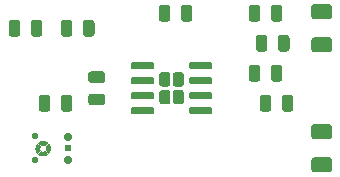
<source format=gbr>
G04 #@! TF.GenerationSoftware,KiCad,Pcbnew,(5.1.5-0-10_14)*
G04 #@! TF.CreationDate,2020-03-24T20:34:03-05:00*
G04 #@! TF.ProjectId,Sensors,53656e73-6f72-4732-9e6b-696361645f70,rev?*
G04 #@! TF.SameCoordinates,Original*
G04 #@! TF.FileFunction,Paste,Top*
G04 #@! TF.FilePolarity,Positive*
%FSLAX46Y46*%
G04 Gerber Fmt 4.6, Leading zero omitted, Abs format (unit mm)*
G04 Created by KiCad (PCBNEW (5.1.5-0-10_14)) date 2020-03-24 20:34:03*
%MOMM*%
%LPD*%
G04 APERTURE LIST*
%ADD10C,0.010000*%
%ADD11C,0.100000*%
%ADD12C,0.612000*%
%ADD13C,0.562000*%
%ADD14C,0.723000*%
G04 APERTURE END LIST*
D10*
G36*
X128939563Y-92971628D02*
G01*
X128930034Y-92977124D01*
X128920412Y-92982219D01*
X128910613Y-92986963D01*
X128900649Y-92991351D01*
X128890533Y-92995376D01*
X128880279Y-92999035D01*
X128869899Y-93002320D01*
X128859408Y-93005230D01*
X128848819Y-93007759D01*
X128838145Y-93009905D01*
X128827401Y-93011664D01*
X128816600Y-93013035D01*
X128805757Y-93014016D01*
X128794886Y-93014604D01*
X128784000Y-93014801D01*
X128773114Y-93014604D01*
X128762243Y-93014016D01*
X128751400Y-93013035D01*
X128740599Y-93011664D01*
X128729855Y-93009905D01*
X128719181Y-93007759D01*
X128708592Y-93005230D01*
X128698101Y-93002320D01*
X128687721Y-92999035D01*
X128677467Y-92995376D01*
X128667351Y-92991351D01*
X128657387Y-92986963D01*
X128647588Y-92982219D01*
X128637966Y-92977124D01*
X128628437Y-92971628D01*
X128409590Y-93190478D01*
X128434226Y-93208997D01*
X128456269Y-93223977D01*
X128478953Y-93237969D01*
X128502233Y-93250944D01*
X128526064Y-93262877D01*
X128550398Y-93273746D01*
X128575190Y-93283528D01*
X128600389Y-93292205D01*
X128625948Y-93299760D01*
X128651815Y-93306177D01*
X128677941Y-93311445D01*
X128704274Y-93315553D01*
X128730763Y-93318493D01*
X128757356Y-93320259D01*
X128784001Y-93320848D01*
X128810646Y-93320259D01*
X128837239Y-93318493D01*
X128863728Y-93315553D01*
X128890061Y-93311445D01*
X128916187Y-93306177D01*
X128942054Y-93299760D01*
X128967613Y-93292205D01*
X128992812Y-93283528D01*
X129017604Y-93273746D01*
X129041938Y-93262877D01*
X129065769Y-93250944D01*
X129089049Y-93237969D01*
X129111733Y-93223977D01*
X129133776Y-93208997D01*
X129158412Y-93190478D01*
X128939563Y-92971628D01*
G37*
X128939563Y-92971628D02*
X128930034Y-92977124D01*
X128920412Y-92982219D01*
X128910613Y-92986963D01*
X128900649Y-92991351D01*
X128890533Y-92995376D01*
X128880279Y-92999035D01*
X128869899Y-93002320D01*
X128859408Y-93005230D01*
X128848819Y-93007759D01*
X128838145Y-93009905D01*
X128827401Y-93011664D01*
X128816600Y-93013035D01*
X128805757Y-93014016D01*
X128794886Y-93014604D01*
X128784000Y-93014801D01*
X128773114Y-93014604D01*
X128762243Y-93014016D01*
X128751400Y-93013035D01*
X128740599Y-93011664D01*
X128729855Y-93009905D01*
X128719181Y-93007759D01*
X128708592Y-93005230D01*
X128698101Y-93002320D01*
X128687721Y-92999035D01*
X128677467Y-92995376D01*
X128667351Y-92991351D01*
X128657387Y-92986963D01*
X128647588Y-92982219D01*
X128637966Y-92977124D01*
X128628437Y-92971628D01*
X128409590Y-93190478D01*
X128434226Y-93208997D01*
X128456269Y-93223977D01*
X128478953Y-93237969D01*
X128502233Y-93250944D01*
X128526064Y-93262877D01*
X128550398Y-93273746D01*
X128575190Y-93283528D01*
X128600389Y-93292205D01*
X128625948Y-93299760D01*
X128651815Y-93306177D01*
X128677941Y-93311445D01*
X128704274Y-93315553D01*
X128730763Y-93318493D01*
X128757356Y-93320259D01*
X128784001Y-93320848D01*
X128810646Y-93320259D01*
X128837239Y-93318493D01*
X128863728Y-93315553D01*
X128890061Y-93311445D01*
X128916187Y-93306177D01*
X128942054Y-93299760D01*
X128967613Y-93292205D01*
X128992812Y-93283528D01*
X129017604Y-93273746D01*
X129041938Y-93262877D01*
X129065769Y-93250944D01*
X129089049Y-93237969D01*
X129111733Y-93223977D01*
X129133776Y-93208997D01*
X129158412Y-93190478D01*
X128939563Y-92971628D01*
G36*
X128522370Y-92865562D02*
G01*
X128516874Y-92856033D01*
X128511779Y-92846412D01*
X128507035Y-92836612D01*
X128502647Y-92826648D01*
X128498622Y-92816533D01*
X128494964Y-92806278D01*
X128491678Y-92795899D01*
X128488768Y-92785408D01*
X128486239Y-92774818D01*
X128484093Y-92764145D01*
X128482334Y-92753400D01*
X128480963Y-92742600D01*
X128479983Y-92731757D01*
X128479394Y-92720885D01*
X128479197Y-92710000D01*
X128479394Y-92699115D01*
X128479983Y-92688243D01*
X128480963Y-92677400D01*
X128482334Y-92666600D01*
X128484093Y-92655855D01*
X128486239Y-92645182D01*
X128488768Y-92634592D01*
X128491678Y-92624101D01*
X128494964Y-92613722D01*
X128498622Y-92603467D01*
X128502647Y-92593352D01*
X128507035Y-92583388D01*
X128511779Y-92573588D01*
X128516874Y-92563967D01*
X128522370Y-92554438D01*
X128303520Y-92335588D01*
X128285001Y-92360225D01*
X128270021Y-92382268D01*
X128256029Y-92404951D01*
X128243054Y-92428231D01*
X128231121Y-92452062D01*
X128220252Y-92476397D01*
X128210470Y-92501188D01*
X128201793Y-92526388D01*
X128194238Y-92551946D01*
X128187821Y-92577814D01*
X128182553Y-92603940D01*
X128178445Y-92630273D01*
X128175505Y-92656762D01*
X128173738Y-92683355D01*
X128173149Y-92710000D01*
X128173738Y-92736645D01*
X128175505Y-92763238D01*
X128178445Y-92789727D01*
X128182553Y-92816060D01*
X128187821Y-92842186D01*
X128194238Y-92868054D01*
X128201793Y-92893612D01*
X128210470Y-92918812D01*
X128220252Y-92943603D01*
X128231121Y-92967938D01*
X128243054Y-92991769D01*
X128256029Y-93015049D01*
X128270021Y-93037732D01*
X128285001Y-93059775D01*
X128303520Y-93084412D01*
X128522370Y-92865562D01*
G37*
X128522370Y-92865562D02*
X128516874Y-92856033D01*
X128511779Y-92846412D01*
X128507035Y-92836612D01*
X128502647Y-92826648D01*
X128498622Y-92816533D01*
X128494964Y-92806278D01*
X128491678Y-92795899D01*
X128488768Y-92785408D01*
X128486239Y-92774818D01*
X128484093Y-92764145D01*
X128482334Y-92753400D01*
X128480963Y-92742600D01*
X128479983Y-92731757D01*
X128479394Y-92720885D01*
X128479197Y-92710000D01*
X128479394Y-92699115D01*
X128479983Y-92688243D01*
X128480963Y-92677400D01*
X128482334Y-92666600D01*
X128484093Y-92655855D01*
X128486239Y-92645182D01*
X128488768Y-92634592D01*
X128491678Y-92624101D01*
X128494964Y-92613722D01*
X128498622Y-92603467D01*
X128502647Y-92593352D01*
X128507035Y-92583388D01*
X128511779Y-92573588D01*
X128516874Y-92563967D01*
X128522370Y-92554438D01*
X128303520Y-92335588D01*
X128285001Y-92360225D01*
X128270021Y-92382268D01*
X128256029Y-92404951D01*
X128243054Y-92428231D01*
X128231121Y-92452062D01*
X128220252Y-92476397D01*
X128210470Y-92501188D01*
X128201793Y-92526388D01*
X128194238Y-92551946D01*
X128187821Y-92577814D01*
X128182553Y-92603940D01*
X128178445Y-92630273D01*
X128175505Y-92656762D01*
X128173738Y-92683355D01*
X128173149Y-92710000D01*
X128173738Y-92736645D01*
X128175505Y-92763238D01*
X128178445Y-92789727D01*
X128182553Y-92816060D01*
X128187821Y-92842186D01*
X128194238Y-92868054D01*
X128201793Y-92893612D01*
X128210470Y-92918812D01*
X128220252Y-92943603D01*
X128231121Y-92967938D01*
X128243054Y-92991769D01*
X128256029Y-93015049D01*
X128270021Y-93037732D01*
X128285001Y-93059775D01*
X128303520Y-93084412D01*
X128522370Y-92865562D01*
G36*
X128628437Y-92448372D02*
G01*
X128637966Y-92442876D01*
X128647588Y-92437781D01*
X128657387Y-92433037D01*
X128667351Y-92428649D01*
X128677467Y-92424624D01*
X128687721Y-92420965D01*
X128698101Y-92417680D01*
X128708592Y-92414770D01*
X128719181Y-92412241D01*
X128729855Y-92410095D01*
X128740599Y-92408336D01*
X128751400Y-92406965D01*
X128762243Y-92405984D01*
X128773114Y-92405396D01*
X128784000Y-92405199D01*
X128794886Y-92405396D01*
X128805757Y-92405984D01*
X128816600Y-92406965D01*
X128827401Y-92408336D01*
X128838145Y-92410095D01*
X128848819Y-92412241D01*
X128859408Y-92414770D01*
X128869899Y-92417680D01*
X128880279Y-92420965D01*
X128890533Y-92424624D01*
X128900649Y-92428649D01*
X128910613Y-92433037D01*
X128920412Y-92437781D01*
X128930034Y-92442876D01*
X128939563Y-92448372D01*
X129158412Y-92229522D01*
X129133776Y-92211003D01*
X129111733Y-92196023D01*
X129089049Y-92182031D01*
X129065769Y-92169056D01*
X129041938Y-92157123D01*
X129017604Y-92146254D01*
X128992812Y-92136472D01*
X128967613Y-92127795D01*
X128942054Y-92120240D01*
X128916187Y-92113823D01*
X128890061Y-92108555D01*
X128863728Y-92104447D01*
X128837239Y-92101507D01*
X128810646Y-92099741D01*
X128784001Y-92099152D01*
X128757356Y-92099741D01*
X128730763Y-92101507D01*
X128704274Y-92104447D01*
X128677941Y-92108555D01*
X128651815Y-92113823D01*
X128625948Y-92120240D01*
X128600389Y-92127795D01*
X128575190Y-92136472D01*
X128550398Y-92146254D01*
X128526064Y-92157123D01*
X128502233Y-92169056D01*
X128478953Y-92182031D01*
X128456269Y-92196023D01*
X128434226Y-92211003D01*
X128409590Y-92229522D01*
X128628437Y-92448372D01*
G37*
X128628437Y-92448372D02*
X128637966Y-92442876D01*
X128647588Y-92437781D01*
X128657387Y-92433037D01*
X128667351Y-92428649D01*
X128677467Y-92424624D01*
X128687721Y-92420965D01*
X128698101Y-92417680D01*
X128708592Y-92414770D01*
X128719181Y-92412241D01*
X128729855Y-92410095D01*
X128740599Y-92408336D01*
X128751400Y-92406965D01*
X128762243Y-92405984D01*
X128773114Y-92405396D01*
X128784000Y-92405199D01*
X128794886Y-92405396D01*
X128805757Y-92405984D01*
X128816600Y-92406965D01*
X128827401Y-92408336D01*
X128838145Y-92410095D01*
X128848819Y-92412241D01*
X128859408Y-92414770D01*
X128869899Y-92417680D01*
X128880279Y-92420965D01*
X128890533Y-92424624D01*
X128900649Y-92428649D01*
X128910613Y-92433037D01*
X128920412Y-92437781D01*
X128930034Y-92442876D01*
X128939563Y-92448372D01*
X129158412Y-92229522D01*
X129133776Y-92211003D01*
X129111733Y-92196023D01*
X129089049Y-92182031D01*
X129065769Y-92169056D01*
X129041938Y-92157123D01*
X129017604Y-92146254D01*
X128992812Y-92136472D01*
X128967613Y-92127795D01*
X128942054Y-92120240D01*
X128916187Y-92113823D01*
X128890061Y-92108555D01*
X128863728Y-92104447D01*
X128837239Y-92101507D01*
X128810646Y-92099741D01*
X128784001Y-92099152D01*
X128757356Y-92099741D01*
X128730763Y-92101507D01*
X128704274Y-92104447D01*
X128677941Y-92108555D01*
X128651815Y-92113823D01*
X128625948Y-92120240D01*
X128600389Y-92127795D01*
X128575190Y-92136472D01*
X128550398Y-92146254D01*
X128526064Y-92157123D01*
X128502233Y-92169056D01*
X128478953Y-92182031D01*
X128456269Y-92196023D01*
X128434226Y-92211003D01*
X128409590Y-92229522D01*
X128628437Y-92448372D01*
G36*
X129045628Y-92554438D02*
G01*
X129051124Y-92563967D01*
X129056219Y-92573588D01*
X129060963Y-92583388D01*
X129065351Y-92593352D01*
X129069376Y-92603467D01*
X129073034Y-92613722D01*
X129076320Y-92624101D01*
X129079230Y-92634592D01*
X129081759Y-92645182D01*
X129083905Y-92655855D01*
X129085664Y-92666600D01*
X129087035Y-92677400D01*
X129088015Y-92688243D01*
X129088604Y-92699115D01*
X129088801Y-92710000D01*
X129088604Y-92720885D01*
X129088015Y-92731757D01*
X129087035Y-92742600D01*
X129085664Y-92753400D01*
X129083905Y-92764145D01*
X129081759Y-92774818D01*
X129079230Y-92785408D01*
X129076320Y-92795899D01*
X129073034Y-92806278D01*
X129069376Y-92816533D01*
X129065351Y-92826648D01*
X129060963Y-92836612D01*
X129056219Y-92846412D01*
X129051124Y-92856033D01*
X129045628Y-92865562D01*
X129264478Y-93084412D01*
X129282997Y-93059775D01*
X129297977Y-93037732D01*
X129311969Y-93015049D01*
X129324944Y-92991769D01*
X129336877Y-92967938D01*
X129347746Y-92943603D01*
X129357528Y-92918812D01*
X129366205Y-92893612D01*
X129373760Y-92868054D01*
X129380177Y-92842186D01*
X129385445Y-92816060D01*
X129389553Y-92789727D01*
X129392493Y-92763238D01*
X129394260Y-92736645D01*
X129394849Y-92710000D01*
X129394260Y-92683355D01*
X129392493Y-92656762D01*
X129389553Y-92630273D01*
X129385445Y-92603940D01*
X129380177Y-92577814D01*
X129373760Y-92551946D01*
X129366205Y-92526388D01*
X129357528Y-92501188D01*
X129347746Y-92476397D01*
X129336877Y-92452062D01*
X129324944Y-92428231D01*
X129311969Y-92404951D01*
X129297977Y-92382268D01*
X129282997Y-92360225D01*
X129264478Y-92335588D01*
X129045628Y-92554438D01*
G37*
X129045628Y-92554438D02*
X129051124Y-92563967D01*
X129056219Y-92573588D01*
X129060963Y-92583388D01*
X129065351Y-92593352D01*
X129069376Y-92603467D01*
X129073034Y-92613722D01*
X129076320Y-92624101D01*
X129079230Y-92634592D01*
X129081759Y-92645182D01*
X129083905Y-92655855D01*
X129085664Y-92666600D01*
X129087035Y-92677400D01*
X129088015Y-92688243D01*
X129088604Y-92699115D01*
X129088801Y-92710000D01*
X129088604Y-92720885D01*
X129088015Y-92731757D01*
X129087035Y-92742600D01*
X129085664Y-92753400D01*
X129083905Y-92764145D01*
X129081759Y-92774818D01*
X129079230Y-92785408D01*
X129076320Y-92795899D01*
X129073034Y-92806278D01*
X129069376Y-92816533D01*
X129065351Y-92826648D01*
X129060963Y-92836612D01*
X129056219Y-92846412D01*
X129051124Y-92856033D01*
X129045628Y-92865562D01*
X129264478Y-93084412D01*
X129282997Y-93059775D01*
X129297977Y-93037732D01*
X129311969Y-93015049D01*
X129324944Y-92991769D01*
X129336877Y-92967938D01*
X129347746Y-92943603D01*
X129357528Y-92918812D01*
X129366205Y-92893612D01*
X129373760Y-92868054D01*
X129380177Y-92842186D01*
X129385445Y-92816060D01*
X129389553Y-92789727D01*
X129392493Y-92763238D01*
X129394260Y-92736645D01*
X129394849Y-92710000D01*
X129394260Y-92683355D01*
X129392493Y-92656762D01*
X129389553Y-92630273D01*
X129385445Y-92603940D01*
X129380177Y-92577814D01*
X129373760Y-92551946D01*
X129366205Y-92526388D01*
X129357528Y-92501188D01*
X129347746Y-92476397D01*
X129336877Y-92452062D01*
X129324944Y-92428231D01*
X129311969Y-92404951D01*
X129297977Y-92382268D01*
X129282997Y-92360225D01*
X129264478Y-92335588D01*
X129045628Y-92554438D01*
D11*
G36*
X126662642Y-81851174D02*
G01*
X126686303Y-81854684D01*
X126709507Y-81860496D01*
X126732029Y-81868554D01*
X126753653Y-81878782D01*
X126774170Y-81891079D01*
X126793383Y-81905329D01*
X126811107Y-81921393D01*
X126827171Y-81939117D01*
X126841421Y-81958330D01*
X126853718Y-81978847D01*
X126863946Y-82000471D01*
X126872004Y-82022993D01*
X126877816Y-82046197D01*
X126881326Y-82069858D01*
X126882500Y-82093750D01*
X126882500Y-83006250D01*
X126881326Y-83030142D01*
X126877816Y-83053803D01*
X126872004Y-83077007D01*
X126863946Y-83099529D01*
X126853718Y-83121153D01*
X126841421Y-83141670D01*
X126827171Y-83160883D01*
X126811107Y-83178607D01*
X126793383Y-83194671D01*
X126774170Y-83208921D01*
X126753653Y-83221218D01*
X126732029Y-83231446D01*
X126709507Y-83239504D01*
X126686303Y-83245316D01*
X126662642Y-83248826D01*
X126638750Y-83250000D01*
X126151250Y-83250000D01*
X126127358Y-83248826D01*
X126103697Y-83245316D01*
X126080493Y-83239504D01*
X126057971Y-83231446D01*
X126036347Y-83221218D01*
X126015830Y-83208921D01*
X125996617Y-83194671D01*
X125978893Y-83178607D01*
X125962829Y-83160883D01*
X125948579Y-83141670D01*
X125936282Y-83121153D01*
X125926054Y-83099529D01*
X125917996Y-83077007D01*
X125912184Y-83053803D01*
X125908674Y-83030142D01*
X125907500Y-83006250D01*
X125907500Y-82093750D01*
X125908674Y-82069858D01*
X125912184Y-82046197D01*
X125917996Y-82022993D01*
X125926054Y-82000471D01*
X125936282Y-81978847D01*
X125948579Y-81958330D01*
X125962829Y-81939117D01*
X125978893Y-81921393D01*
X125996617Y-81905329D01*
X126015830Y-81891079D01*
X126036347Y-81878782D01*
X126057971Y-81868554D01*
X126080493Y-81860496D01*
X126103697Y-81854684D01*
X126127358Y-81851174D01*
X126151250Y-81850000D01*
X126638750Y-81850000D01*
X126662642Y-81851174D01*
G37*
G36*
X128537642Y-81851174D02*
G01*
X128561303Y-81854684D01*
X128584507Y-81860496D01*
X128607029Y-81868554D01*
X128628653Y-81878782D01*
X128649170Y-81891079D01*
X128668383Y-81905329D01*
X128686107Y-81921393D01*
X128702171Y-81939117D01*
X128716421Y-81958330D01*
X128728718Y-81978847D01*
X128738946Y-82000471D01*
X128747004Y-82022993D01*
X128752816Y-82046197D01*
X128756326Y-82069858D01*
X128757500Y-82093750D01*
X128757500Y-83006250D01*
X128756326Y-83030142D01*
X128752816Y-83053803D01*
X128747004Y-83077007D01*
X128738946Y-83099529D01*
X128728718Y-83121153D01*
X128716421Y-83141670D01*
X128702171Y-83160883D01*
X128686107Y-83178607D01*
X128668383Y-83194671D01*
X128649170Y-83208921D01*
X128628653Y-83221218D01*
X128607029Y-83231446D01*
X128584507Y-83239504D01*
X128561303Y-83245316D01*
X128537642Y-83248826D01*
X128513750Y-83250000D01*
X128026250Y-83250000D01*
X128002358Y-83248826D01*
X127978697Y-83245316D01*
X127955493Y-83239504D01*
X127932971Y-83231446D01*
X127911347Y-83221218D01*
X127890830Y-83208921D01*
X127871617Y-83194671D01*
X127853893Y-83178607D01*
X127837829Y-83160883D01*
X127823579Y-83141670D01*
X127811282Y-83121153D01*
X127801054Y-83099529D01*
X127792996Y-83077007D01*
X127787184Y-83053803D01*
X127783674Y-83030142D01*
X127782500Y-83006250D01*
X127782500Y-82093750D01*
X127783674Y-82069858D01*
X127787184Y-82046197D01*
X127792996Y-82022993D01*
X127801054Y-82000471D01*
X127811282Y-81978847D01*
X127823579Y-81958330D01*
X127837829Y-81939117D01*
X127853893Y-81921393D01*
X127871617Y-81905329D01*
X127890830Y-81891079D01*
X127911347Y-81878782D01*
X127932971Y-81868554D01*
X127955493Y-81860496D01*
X127978697Y-81854684D01*
X128002358Y-81851174D01*
X128026250Y-81850000D01*
X128513750Y-81850000D01*
X128537642Y-81851174D01*
G37*
G36*
X131077642Y-81851174D02*
G01*
X131101303Y-81854684D01*
X131124507Y-81860496D01*
X131147029Y-81868554D01*
X131168653Y-81878782D01*
X131189170Y-81891079D01*
X131208383Y-81905329D01*
X131226107Y-81921393D01*
X131242171Y-81939117D01*
X131256421Y-81958330D01*
X131268718Y-81978847D01*
X131278946Y-82000471D01*
X131287004Y-82022993D01*
X131292816Y-82046197D01*
X131296326Y-82069858D01*
X131297500Y-82093750D01*
X131297500Y-83006250D01*
X131296326Y-83030142D01*
X131292816Y-83053803D01*
X131287004Y-83077007D01*
X131278946Y-83099529D01*
X131268718Y-83121153D01*
X131256421Y-83141670D01*
X131242171Y-83160883D01*
X131226107Y-83178607D01*
X131208383Y-83194671D01*
X131189170Y-83208921D01*
X131168653Y-83221218D01*
X131147029Y-83231446D01*
X131124507Y-83239504D01*
X131101303Y-83245316D01*
X131077642Y-83248826D01*
X131053750Y-83250000D01*
X130566250Y-83250000D01*
X130542358Y-83248826D01*
X130518697Y-83245316D01*
X130495493Y-83239504D01*
X130472971Y-83231446D01*
X130451347Y-83221218D01*
X130430830Y-83208921D01*
X130411617Y-83194671D01*
X130393893Y-83178607D01*
X130377829Y-83160883D01*
X130363579Y-83141670D01*
X130351282Y-83121153D01*
X130341054Y-83099529D01*
X130332996Y-83077007D01*
X130327184Y-83053803D01*
X130323674Y-83030142D01*
X130322500Y-83006250D01*
X130322500Y-82093750D01*
X130323674Y-82069858D01*
X130327184Y-82046197D01*
X130332996Y-82022993D01*
X130341054Y-82000471D01*
X130351282Y-81978847D01*
X130363579Y-81958330D01*
X130377829Y-81939117D01*
X130393893Y-81921393D01*
X130411617Y-81905329D01*
X130430830Y-81891079D01*
X130451347Y-81878782D01*
X130472971Y-81868554D01*
X130495493Y-81860496D01*
X130518697Y-81854684D01*
X130542358Y-81851174D01*
X130566250Y-81850000D01*
X131053750Y-81850000D01*
X131077642Y-81851174D01*
G37*
G36*
X132952642Y-81851174D02*
G01*
X132976303Y-81854684D01*
X132999507Y-81860496D01*
X133022029Y-81868554D01*
X133043653Y-81878782D01*
X133064170Y-81891079D01*
X133083383Y-81905329D01*
X133101107Y-81921393D01*
X133117171Y-81939117D01*
X133131421Y-81958330D01*
X133143718Y-81978847D01*
X133153946Y-82000471D01*
X133162004Y-82022993D01*
X133167816Y-82046197D01*
X133171326Y-82069858D01*
X133172500Y-82093750D01*
X133172500Y-83006250D01*
X133171326Y-83030142D01*
X133167816Y-83053803D01*
X133162004Y-83077007D01*
X133153946Y-83099529D01*
X133143718Y-83121153D01*
X133131421Y-83141670D01*
X133117171Y-83160883D01*
X133101107Y-83178607D01*
X133083383Y-83194671D01*
X133064170Y-83208921D01*
X133043653Y-83221218D01*
X133022029Y-83231446D01*
X132999507Y-83239504D01*
X132976303Y-83245316D01*
X132952642Y-83248826D01*
X132928750Y-83250000D01*
X132441250Y-83250000D01*
X132417358Y-83248826D01*
X132393697Y-83245316D01*
X132370493Y-83239504D01*
X132347971Y-83231446D01*
X132326347Y-83221218D01*
X132305830Y-83208921D01*
X132286617Y-83194671D01*
X132268893Y-83178607D01*
X132252829Y-83160883D01*
X132238579Y-83141670D01*
X132226282Y-83121153D01*
X132216054Y-83099529D01*
X132207996Y-83077007D01*
X132202184Y-83053803D01*
X132198674Y-83030142D01*
X132197500Y-83006250D01*
X132197500Y-82093750D01*
X132198674Y-82069858D01*
X132202184Y-82046197D01*
X132207996Y-82022993D01*
X132216054Y-82000471D01*
X132226282Y-81978847D01*
X132238579Y-81958330D01*
X132252829Y-81939117D01*
X132268893Y-81921393D01*
X132286617Y-81905329D01*
X132305830Y-81891079D01*
X132326347Y-81878782D01*
X132347971Y-81868554D01*
X132370493Y-81860496D01*
X132393697Y-81854684D01*
X132417358Y-81851174D01*
X132441250Y-81850000D01*
X132928750Y-81850000D01*
X132952642Y-81851174D01*
G37*
D12*
X130887000Y-92710000D03*
D13*
X128150000Y-93725000D03*
X128150000Y-91695000D03*
D14*
X130887000Y-93676000D03*
X130887000Y-91744000D03*
D11*
G36*
X140522544Y-87776108D02*
G01*
X140544871Y-87779419D01*
X140566765Y-87784904D01*
X140588017Y-87792508D01*
X140608421Y-87802158D01*
X140627781Y-87813762D01*
X140645910Y-87827208D01*
X140662635Y-87842365D01*
X140677792Y-87859090D01*
X140691238Y-87877219D01*
X140702842Y-87896579D01*
X140712492Y-87916983D01*
X140720096Y-87938235D01*
X140725581Y-87960129D01*
X140728892Y-87982456D01*
X140730000Y-88005000D01*
X140730000Y-88755000D01*
X140728892Y-88777544D01*
X140725581Y-88799871D01*
X140720096Y-88821765D01*
X140712492Y-88843017D01*
X140702842Y-88863421D01*
X140691238Y-88882781D01*
X140677792Y-88900910D01*
X140662635Y-88917635D01*
X140645910Y-88932792D01*
X140627781Y-88946238D01*
X140608421Y-88957842D01*
X140588017Y-88967492D01*
X140566765Y-88975096D01*
X140544871Y-88980581D01*
X140522544Y-88983892D01*
X140500000Y-88985000D01*
X140040000Y-88985000D01*
X140017456Y-88983892D01*
X139995129Y-88980581D01*
X139973235Y-88975096D01*
X139951983Y-88967492D01*
X139931579Y-88957842D01*
X139912219Y-88946238D01*
X139894090Y-88932792D01*
X139877365Y-88917635D01*
X139862208Y-88900910D01*
X139848762Y-88882781D01*
X139837158Y-88863421D01*
X139827508Y-88843017D01*
X139819904Y-88821765D01*
X139814419Y-88799871D01*
X139811108Y-88777544D01*
X139810000Y-88755000D01*
X139810000Y-88005000D01*
X139811108Y-87982456D01*
X139814419Y-87960129D01*
X139819904Y-87938235D01*
X139827508Y-87916983D01*
X139837158Y-87896579D01*
X139848762Y-87877219D01*
X139862208Y-87859090D01*
X139877365Y-87842365D01*
X139894090Y-87827208D01*
X139912219Y-87813762D01*
X139931579Y-87802158D01*
X139951983Y-87792508D01*
X139973235Y-87784904D01*
X139995129Y-87779419D01*
X140017456Y-87776108D01*
X140040000Y-87775000D01*
X140500000Y-87775000D01*
X140522544Y-87776108D01*
G37*
G36*
X140522544Y-86276108D02*
G01*
X140544871Y-86279419D01*
X140566765Y-86284904D01*
X140588017Y-86292508D01*
X140608421Y-86302158D01*
X140627781Y-86313762D01*
X140645910Y-86327208D01*
X140662635Y-86342365D01*
X140677792Y-86359090D01*
X140691238Y-86377219D01*
X140702842Y-86396579D01*
X140712492Y-86416983D01*
X140720096Y-86438235D01*
X140725581Y-86460129D01*
X140728892Y-86482456D01*
X140730000Y-86505000D01*
X140730000Y-87255000D01*
X140728892Y-87277544D01*
X140725581Y-87299871D01*
X140720096Y-87321765D01*
X140712492Y-87343017D01*
X140702842Y-87363421D01*
X140691238Y-87382781D01*
X140677792Y-87400910D01*
X140662635Y-87417635D01*
X140645910Y-87432792D01*
X140627781Y-87446238D01*
X140608421Y-87457842D01*
X140588017Y-87467492D01*
X140566765Y-87475096D01*
X140544871Y-87480581D01*
X140522544Y-87483892D01*
X140500000Y-87485000D01*
X140040000Y-87485000D01*
X140017456Y-87483892D01*
X139995129Y-87480581D01*
X139973235Y-87475096D01*
X139951983Y-87467492D01*
X139931579Y-87457842D01*
X139912219Y-87446238D01*
X139894090Y-87432792D01*
X139877365Y-87417635D01*
X139862208Y-87400910D01*
X139848762Y-87382781D01*
X139837158Y-87363421D01*
X139827508Y-87343017D01*
X139819904Y-87321765D01*
X139814419Y-87299871D01*
X139811108Y-87277544D01*
X139810000Y-87255000D01*
X139810000Y-86505000D01*
X139811108Y-86482456D01*
X139814419Y-86460129D01*
X139819904Y-86438235D01*
X139827508Y-86416983D01*
X139837158Y-86396579D01*
X139848762Y-86377219D01*
X139862208Y-86359090D01*
X139877365Y-86342365D01*
X139894090Y-86327208D01*
X139912219Y-86313762D01*
X139931579Y-86302158D01*
X139951983Y-86292508D01*
X139973235Y-86284904D01*
X139995129Y-86279419D01*
X140017456Y-86276108D01*
X140040000Y-86275000D01*
X140500000Y-86275000D01*
X140522544Y-86276108D01*
G37*
G36*
X139382544Y-87776108D02*
G01*
X139404871Y-87779419D01*
X139426765Y-87784904D01*
X139448017Y-87792508D01*
X139468421Y-87802158D01*
X139487781Y-87813762D01*
X139505910Y-87827208D01*
X139522635Y-87842365D01*
X139537792Y-87859090D01*
X139551238Y-87877219D01*
X139562842Y-87896579D01*
X139572492Y-87916983D01*
X139580096Y-87938235D01*
X139585581Y-87960129D01*
X139588892Y-87982456D01*
X139590000Y-88005000D01*
X139590000Y-88755000D01*
X139588892Y-88777544D01*
X139585581Y-88799871D01*
X139580096Y-88821765D01*
X139572492Y-88843017D01*
X139562842Y-88863421D01*
X139551238Y-88882781D01*
X139537792Y-88900910D01*
X139522635Y-88917635D01*
X139505910Y-88932792D01*
X139487781Y-88946238D01*
X139468421Y-88957842D01*
X139448017Y-88967492D01*
X139426765Y-88975096D01*
X139404871Y-88980581D01*
X139382544Y-88983892D01*
X139360000Y-88985000D01*
X138900000Y-88985000D01*
X138877456Y-88983892D01*
X138855129Y-88980581D01*
X138833235Y-88975096D01*
X138811983Y-88967492D01*
X138791579Y-88957842D01*
X138772219Y-88946238D01*
X138754090Y-88932792D01*
X138737365Y-88917635D01*
X138722208Y-88900910D01*
X138708762Y-88882781D01*
X138697158Y-88863421D01*
X138687508Y-88843017D01*
X138679904Y-88821765D01*
X138674419Y-88799871D01*
X138671108Y-88777544D01*
X138670000Y-88755000D01*
X138670000Y-88005000D01*
X138671108Y-87982456D01*
X138674419Y-87960129D01*
X138679904Y-87938235D01*
X138687508Y-87916983D01*
X138697158Y-87896579D01*
X138708762Y-87877219D01*
X138722208Y-87859090D01*
X138737365Y-87842365D01*
X138754090Y-87827208D01*
X138772219Y-87813762D01*
X138791579Y-87802158D01*
X138811983Y-87792508D01*
X138833235Y-87784904D01*
X138855129Y-87779419D01*
X138877456Y-87776108D01*
X138900000Y-87775000D01*
X139360000Y-87775000D01*
X139382544Y-87776108D01*
G37*
G36*
X139382544Y-86276108D02*
G01*
X139404871Y-86279419D01*
X139426765Y-86284904D01*
X139448017Y-86292508D01*
X139468421Y-86302158D01*
X139487781Y-86313762D01*
X139505910Y-86327208D01*
X139522635Y-86342365D01*
X139537792Y-86359090D01*
X139551238Y-86377219D01*
X139562842Y-86396579D01*
X139572492Y-86416983D01*
X139580096Y-86438235D01*
X139585581Y-86460129D01*
X139588892Y-86482456D01*
X139590000Y-86505000D01*
X139590000Y-87255000D01*
X139588892Y-87277544D01*
X139585581Y-87299871D01*
X139580096Y-87321765D01*
X139572492Y-87343017D01*
X139562842Y-87363421D01*
X139551238Y-87382781D01*
X139537792Y-87400910D01*
X139522635Y-87417635D01*
X139505910Y-87432792D01*
X139487781Y-87446238D01*
X139468421Y-87457842D01*
X139448017Y-87467492D01*
X139426765Y-87475096D01*
X139404871Y-87480581D01*
X139382544Y-87483892D01*
X139360000Y-87485000D01*
X138900000Y-87485000D01*
X138877456Y-87483892D01*
X138855129Y-87480581D01*
X138833235Y-87475096D01*
X138811983Y-87467492D01*
X138791579Y-87457842D01*
X138772219Y-87446238D01*
X138754090Y-87432792D01*
X138737365Y-87417635D01*
X138722208Y-87400910D01*
X138708762Y-87382781D01*
X138697158Y-87363421D01*
X138687508Y-87343017D01*
X138679904Y-87321765D01*
X138674419Y-87299871D01*
X138671108Y-87277544D01*
X138670000Y-87255000D01*
X138670000Y-86505000D01*
X138671108Y-86482456D01*
X138674419Y-86460129D01*
X138679904Y-86438235D01*
X138687508Y-86416983D01*
X138697158Y-86396579D01*
X138708762Y-86377219D01*
X138722208Y-86359090D01*
X138737365Y-86342365D01*
X138754090Y-86327208D01*
X138772219Y-86313762D01*
X138791579Y-86302158D01*
X138811983Y-86292508D01*
X138833235Y-86284904D01*
X138855129Y-86279419D01*
X138877456Y-86276108D01*
X138900000Y-86275000D01*
X139360000Y-86275000D01*
X139382544Y-86276108D01*
G37*
G36*
X143014703Y-85425722D02*
G01*
X143029264Y-85427882D01*
X143043543Y-85431459D01*
X143057403Y-85436418D01*
X143070710Y-85442712D01*
X143083336Y-85450280D01*
X143095159Y-85459048D01*
X143106066Y-85468934D01*
X143115952Y-85479841D01*
X143124720Y-85491664D01*
X143132288Y-85504290D01*
X143138582Y-85517597D01*
X143143541Y-85531457D01*
X143147118Y-85545736D01*
X143149278Y-85560297D01*
X143150000Y-85575000D01*
X143150000Y-85875000D01*
X143149278Y-85889703D01*
X143147118Y-85904264D01*
X143143541Y-85918543D01*
X143138582Y-85932403D01*
X143132288Y-85945710D01*
X143124720Y-85958336D01*
X143115952Y-85970159D01*
X143106066Y-85981066D01*
X143095159Y-85990952D01*
X143083336Y-85999720D01*
X143070710Y-86007288D01*
X143057403Y-86013582D01*
X143043543Y-86018541D01*
X143029264Y-86022118D01*
X143014703Y-86024278D01*
X143000000Y-86025000D01*
X141350000Y-86025000D01*
X141335297Y-86024278D01*
X141320736Y-86022118D01*
X141306457Y-86018541D01*
X141292597Y-86013582D01*
X141279290Y-86007288D01*
X141266664Y-85999720D01*
X141254841Y-85990952D01*
X141243934Y-85981066D01*
X141234048Y-85970159D01*
X141225280Y-85958336D01*
X141217712Y-85945710D01*
X141211418Y-85932403D01*
X141206459Y-85918543D01*
X141202882Y-85904264D01*
X141200722Y-85889703D01*
X141200000Y-85875000D01*
X141200000Y-85575000D01*
X141200722Y-85560297D01*
X141202882Y-85545736D01*
X141206459Y-85531457D01*
X141211418Y-85517597D01*
X141217712Y-85504290D01*
X141225280Y-85491664D01*
X141234048Y-85479841D01*
X141243934Y-85468934D01*
X141254841Y-85459048D01*
X141266664Y-85450280D01*
X141279290Y-85442712D01*
X141292597Y-85436418D01*
X141306457Y-85431459D01*
X141320736Y-85427882D01*
X141335297Y-85425722D01*
X141350000Y-85425000D01*
X143000000Y-85425000D01*
X143014703Y-85425722D01*
G37*
G36*
X143014703Y-86695722D02*
G01*
X143029264Y-86697882D01*
X143043543Y-86701459D01*
X143057403Y-86706418D01*
X143070710Y-86712712D01*
X143083336Y-86720280D01*
X143095159Y-86729048D01*
X143106066Y-86738934D01*
X143115952Y-86749841D01*
X143124720Y-86761664D01*
X143132288Y-86774290D01*
X143138582Y-86787597D01*
X143143541Y-86801457D01*
X143147118Y-86815736D01*
X143149278Y-86830297D01*
X143150000Y-86845000D01*
X143150000Y-87145000D01*
X143149278Y-87159703D01*
X143147118Y-87174264D01*
X143143541Y-87188543D01*
X143138582Y-87202403D01*
X143132288Y-87215710D01*
X143124720Y-87228336D01*
X143115952Y-87240159D01*
X143106066Y-87251066D01*
X143095159Y-87260952D01*
X143083336Y-87269720D01*
X143070710Y-87277288D01*
X143057403Y-87283582D01*
X143043543Y-87288541D01*
X143029264Y-87292118D01*
X143014703Y-87294278D01*
X143000000Y-87295000D01*
X141350000Y-87295000D01*
X141335297Y-87294278D01*
X141320736Y-87292118D01*
X141306457Y-87288541D01*
X141292597Y-87283582D01*
X141279290Y-87277288D01*
X141266664Y-87269720D01*
X141254841Y-87260952D01*
X141243934Y-87251066D01*
X141234048Y-87240159D01*
X141225280Y-87228336D01*
X141217712Y-87215710D01*
X141211418Y-87202403D01*
X141206459Y-87188543D01*
X141202882Y-87174264D01*
X141200722Y-87159703D01*
X141200000Y-87145000D01*
X141200000Y-86845000D01*
X141200722Y-86830297D01*
X141202882Y-86815736D01*
X141206459Y-86801457D01*
X141211418Y-86787597D01*
X141217712Y-86774290D01*
X141225280Y-86761664D01*
X141234048Y-86749841D01*
X141243934Y-86738934D01*
X141254841Y-86729048D01*
X141266664Y-86720280D01*
X141279290Y-86712712D01*
X141292597Y-86706418D01*
X141306457Y-86701459D01*
X141320736Y-86697882D01*
X141335297Y-86695722D01*
X141350000Y-86695000D01*
X143000000Y-86695000D01*
X143014703Y-86695722D01*
G37*
G36*
X143014703Y-87965722D02*
G01*
X143029264Y-87967882D01*
X143043543Y-87971459D01*
X143057403Y-87976418D01*
X143070710Y-87982712D01*
X143083336Y-87990280D01*
X143095159Y-87999048D01*
X143106066Y-88008934D01*
X143115952Y-88019841D01*
X143124720Y-88031664D01*
X143132288Y-88044290D01*
X143138582Y-88057597D01*
X143143541Y-88071457D01*
X143147118Y-88085736D01*
X143149278Y-88100297D01*
X143150000Y-88115000D01*
X143150000Y-88415000D01*
X143149278Y-88429703D01*
X143147118Y-88444264D01*
X143143541Y-88458543D01*
X143138582Y-88472403D01*
X143132288Y-88485710D01*
X143124720Y-88498336D01*
X143115952Y-88510159D01*
X143106066Y-88521066D01*
X143095159Y-88530952D01*
X143083336Y-88539720D01*
X143070710Y-88547288D01*
X143057403Y-88553582D01*
X143043543Y-88558541D01*
X143029264Y-88562118D01*
X143014703Y-88564278D01*
X143000000Y-88565000D01*
X141350000Y-88565000D01*
X141335297Y-88564278D01*
X141320736Y-88562118D01*
X141306457Y-88558541D01*
X141292597Y-88553582D01*
X141279290Y-88547288D01*
X141266664Y-88539720D01*
X141254841Y-88530952D01*
X141243934Y-88521066D01*
X141234048Y-88510159D01*
X141225280Y-88498336D01*
X141217712Y-88485710D01*
X141211418Y-88472403D01*
X141206459Y-88458543D01*
X141202882Y-88444264D01*
X141200722Y-88429703D01*
X141200000Y-88415000D01*
X141200000Y-88115000D01*
X141200722Y-88100297D01*
X141202882Y-88085736D01*
X141206459Y-88071457D01*
X141211418Y-88057597D01*
X141217712Y-88044290D01*
X141225280Y-88031664D01*
X141234048Y-88019841D01*
X141243934Y-88008934D01*
X141254841Y-87999048D01*
X141266664Y-87990280D01*
X141279290Y-87982712D01*
X141292597Y-87976418D01*
X141306457Y-87971459D01*
X141320736Y-87967882D01*
X141335297Y-87965722D01*
X141350000Y-87965000D01*
X143000000Y-87965000D01*
X143014703Y-87965722D01*
G37*
G36*
X143014703Y-89235722D02*
G01*
X143029264Y-89237882D01*
X143043543Y-89241459D01*
X143057403Y-89246418D01*
X143070710Y-89252712D01*
X143083336Y-89260280D01*
X143095159Y-89269048D01*
X143106066Y-89278934D01*
X143115952Y-89289841D01*
X143124720Y-89301664D01*
X143132288Y-89314290D01*
X143138582Y-89327597D01*
X143143541Y-89341457D01*
X143147118Y-89355736D01*
X143149278Y-89370297D01*
X143150000Y-89385000D01*
X143150000Y-89685000D01*
X143149278Y-89699703D01*
X143147118Y-89714264D01*
X143143541Y-89728543D01*
X143138582Y-89742403D01*
X143132288Y-89755710D01*
X143124720Y-89768336D01*
X143115952Y-89780159D01*
X143106066Y-89791066D01*
X143095159Y-89800952D01*
X143083336Y-89809720D01*
X143070710Y-89817288D01*
X143057403Y-89823582D01*
X143043543Y-89828541D01*
X143029264Y-89832118D01*
X143014703Y-89834278D01*
X143000000Y-89835000D01*
X141350000Y-89835000D01*
X141335297Y-89834278D01*
X141320736Y-89832118D01*
X141306457Y-89828541D01*
X141292597Y-89823582D01*
X141279290Y-89817288D01*
X141266664Y-89809720D01*
X141254841Y-89800952D01*
X141243934Y-89791066D01*
X141234048Y-89780159D01*
X141225280Y-89768336D01*
X141217712Y-89755710D01*
X141211418Y-89742403D01*
X141206459Y-89728543D01*
X141202882Y-89714264D01*
X141200722Y-89699703D01*
X141200000Y-89685000D01*
X141200000Y-89385000D01*
X141200722Y-89370297D01*
X141202882Y-89355736D01*
X141206459Y-89341457D01*
X141211418Y-89327597D01*
X141217712Y-89314290D01*
X141225280Y-89301664D01*
X141234048Y-89289841D01*
X141243934Y-89278934D01*
X141254841Y-89269048D01*
X141266664Y-89260280D01*
X141279290Y-89252712D01*
X141292597Y-89246418D01*
X141306457Y-89241459D01*
X141320736Y-89237882D01*
X141335297Y-89235722D01*
X141350000Y-89235000D01*
X143000000Y-89235000D01*
X143014703Y-89235722D01*
G37*
G36*
X138064703Y-89235722D02*
G01*
X138079264Y-89237882D01*
X138093543Y-89241459D01*
X138107403Y-89246418D01*
X138120710Y-89252712D01*
X138133336Y-89260280D01*
X138145159Y-89269048D01*
X138156066Y-89278934D01*
X138165952Y-89289841D01*
X138174720Y-89301664D01*
X138182288Y-89314290D01*
X138188582Y-89327597D01*
X138193541Y-89341457D01*
X138197118Y-89355736D01*
X138199278Y-89370297D01*
X138200000Y-89385000D01*
X138200000Y-89685000D01*
X138199278Y-89699703D01*
X138197118Y-89714264D01*
X138193541Y-89728543D01*
X138188582Y-89742403D01*
X138182288Y-89755710D01*
X138174720Y-89768336D01*
X138165952Y-89780159D01*
X138156066Y-89791066D01*
X138145159Y-89800952D01*
X138133336Y-89809720D01*
X138120710Y-89817288D01*
X138107403Y-89823582D01*
X138093543Y-89828541D01*
X138079264Y-89832118D01*
X138064703Y-89834278D01*
X138050000Y-89835000D01*
X136400000Y-89835000D01*
X136385297Y-89834278D01*
X136370736Y-89832118D01*
X136356457Y-89828541D01*
X136342597Y-89823582D01*
X136329290Y-89817288D01*
X136316664Y-89809720D01*
X136304841Y-89800952D01*
X136293934Y-89791066D01*
X136284048Y-89780159D01*
X136275280Y-89768336D01*
X136267712Y-89755710D01*
X136261418Y-89742403D01*
X136256459Y-89728543D01*
X136252882Y-89714264D01*
X136250722Y-89699703D01*
X136250000Y-89685000D01*
X136250000Y-89385000D01*
X136250722Y-89370297D01*
X136252882Y-89355736D01*
X136256459Y-89341457D01*
X136261418Y-89327597D01*
X136267712Y-89314290D01*
X136275280Y-89301664D01*
X136284048Y-89289841D01*
X136293934Y-89278934D01*
X136304841Y-89269048D01*
X136316664Y-89260280D01*
X136329290Y-89252712D01*
X136342597Y-89246418D01*
X136356457Y-89241459D01*
X136370736Y-89237882D01*
X136385297Y-89235722D01*
X136400000Y-89235000D01*
X138050000Y-89235000D01*
X138064703Y-89235722D01*
G37*
G36*
X138064703Y-87965722D02*
G01*
X138079264Y-87967882D01*
X138093543Y-87971459D01*
X138107403Y-87976418D01*
X138120710Y-87982712D01*
X138133336Y-87990280D01*
X138145159Y-87999048D01*
X138156066Y-88008934D01*
X138165952Y-88019841D01*
X138174720Y-88031664D01*
X138182288Y-88044290D01*
X138188582Y-88057597D01*
X138193541Y-88071457D01*
X138197118Y-88085736D01*
X138199278Y-88100297D01*
X138200000Y-88115000D01*
X138200000Y-88415000D01*
X138199278Y-88429703D01*
X138197118Y-88444264D01*
X138193541Y-88458543D01*
X138188582Y-88472403D01*
X138182288Y-88485710D01*
X138174720Y-88498336D01*
X138165952Y-88510159D01*
X138156066Y-88521066D01*
X138145159Y-88530952D01*
X138133336Y-88539720D01*
X138120710Y-88547288D01*
X138107403Y-88553582D01*
X138093543Y-88558541D01*
X138079264Y-88562118D01*
X138064703Y-88564278D01*
X138050000Y-88565000D01*
X136400000Y-88565000D01*
X136385297Y-88564278D01*
X136370736Y-88562118D01*
X136356457Y-88558541D01*
X136342597Y-88553582D01*
X136329290Y-88547288D01*
X136316664Y-88539720D01*
X136304841Y-88530952D01*
X136293934Y-88521066D01*
X136284048Y-88510159D01*
X136275280Y-88498336D01*
X136267712Y-88485710D01*
X136261418Y-88472403D01*
X136256459Y-88458543D01*
X136252882Y-88444264D01*
X136250722Y-88429703D01*
X136250000Y-88415000D01*
X136250000Y-88115000D01*
X136250722Y-88100297D01*
X136252882Y-88085736D01*
X136256459Y-88071457D01*
X136261418Y-88057597D01*
X136267712Y-88044290D01*
X136275280Y-88031664D01*
X136284048Y-88019841D01*
X136293934Y-88008934D01*
X136304841Y-87999048D01*
X136316664Y-87990280D01*
X136329290Y-87982712D01*
X136342597Y-87976418D01*
X136356457Y-87971459D01*
X136370736Y-87967882D01*
X136385297Y-87965722D01*
X136400000Y-87965000D01*
X138050000Y-87965000D01*
X138064703Y-87965722D01*
G37*
G36*
X138064703Y-86695722D02*
G01*
X138079264Y-86697882D01*
X138093543Y-86701459D01*
X138107403Y-86706418D01*
X138120710Y-86712712D01*
X138133336Y-86720280D01*
X138145159Y-86729048D01*
X138156066Y-86738934D01*
X138165952Y-86749841D01*
X138174720Y-86761664D01*
X138182288Y-86774290D01*
X138188582Y-86787597D01*
X138193541Y-86801457D01*
X138197118Y-86815736D01*
X138199278Y-86830297D01*
X138200000Y-86845000D01*
X138200000Y-87145000D01*
X138199278Y-87159703D01*
X138197118Y-87174264D01*
X138193541Y-87188543D01*
X138188582Y-87202403D01*
X138182288Y-87215710D01*
X138174720Y-87228336D01*
X138165952Y-87240159D01*
X138156066Y-87251066D01*
X138145159Y-87260952D01*
X138133336Y-87269720D01*
X138120710Y-87277288D01*
X138107403Y-87283582D01*
X138093543Y-87288541D01*
X138079264Y-87292118D01*
X138064703Y-87294278D01*
X138050000Y-87295000D01*
X136400000Y-87295000D01*
X136385297Y-87294278D01*
X136370736Y-87292118D01*
X136356457Y-87288541D01*
X136342597Y-87283582D01*
X136329290Y-87277288D01*
X136316664Y-87269720D01*
X136304841Y-87260952D01*
X136293934Y-87251066D01*
X136284048Y-87240159D01*
X136275280Y-87228336D01*
X136267712Y-87215710D01*
X136261418Y-87202403D01*
X136256459Y-87188543D01*
X136252882Y-87174264D01*
X136250722Y-87159703D01*
X136250000Y-87145000D01*
X136250000Y-86845000D01*
X136250722Y-86830297D01*
X136252882Y-86815736D01*
X136256459Y-86801457D01*
X136261418Y-86787597D01*
X136267712Y-86774290D01*
X136275280Y-86761664D01*
X136284048Y-86749841D01*
X136293934Y-86738934D01*
X136304841Y-86729048D01*
X136316664Y-86720280D01*
X136329290Y-86712712D01*
X136342597Y-86706418D01*
X136356457Y-86701459D01*
X136370736Y-86697882D01*
X136385297Y-86695722D01*
X136400000Y-86695000D01*
X138050000Y-86695000D01*
X138064703Y-86695722D01*
G37*
G36*
X138064703Y-85425722D02*
G01*
X138079264Y-85427882D01*
X138093543Y-85431459D01*
X138107403Y-85436418D01*
X138120710Y-85442712D01*
X138133336Y-85450280D01*
X138145159Y-85459048D01*
X138156066Y-85468934D01*
X138165952Y-85479841D01*
X138174720Y-85491664D01*
X138182288Y-85504290D01*
X138188582Y-85517597D01*
X138193541Y-85531457D01*
X138197118Y-85545736D01*
X138199278Y-85560297D01*
X138200000Y-85575000D01*
X138200000Y-85875000D01*
X138199278Y-85889703D01*
X138197118Y-85904264D01*
X138193541Y-85918543D01*
X138188582Y-85932403D01*
X138182288Y-85945710D01*
X138174720Y-85958336D01*
X138165952Y-85970159D01*
X138156066Y-85981066D01*
X138145159Y-85990952D01*
X138133336Y-85999720D01*
X138120710Y-86007288D01*
X138107403Y-86013582D01*
X138093543Y-86018541D01*
X138079264Y-86022118D01*
X138064703Y-86024278D01*
X138050000Y-86025000D01*
X136400000Y-86025000D01*
X136385297Y-86024278D01*
X136370736Y-86022118D01*
X136356457Y-86018541D01*
X136342597Y-86013582D01*
X136329290Y-86007288D01*
X136316664Y-85999720D01*
X136304841Y-85990952D01*
X136293934Y-85981066D01*
X136284048Y-85970159D01*
X136275280Y-85958336D01*
X136267712Y-85945710D01*
X136261418Y-85932403D01*
X136256459Y-85918543D01*
X136252882Y-85904264D01*
X136250722Y-85889703D01*
X136250000Y-85875000D01*
X136250000Y-85575000D01*
X136250722Y-85560297D01*
X136252882Y-85545736D01*
X136256459Y-85531457D01*
X136261418Y-85517597D01*
X136267712Y-85504290D01*
X136275280Y-85491664D01*
X136284048Y-85479841D01*
X136293934Y-85468934D01*
X136304841Y-85459048D01*
X136316664Y-85450280D01*
X136329290Y-85442712D01*
X136342597Y-85436418D01*
X136356457Y-85431459D01*
X136370736Y-85427882D01*
X136385297Y-85425722D01*
X136400000Y-85425000D01*
X138050000Y-85425000D01*
X138064703Y-85425722D01*
G37*
G36*
X147920142Y-88201174D02*
G01*
X147943803Y-88204684D01*
X147967007Y-88210496D01*
X147989529Y-88218554D01*
X148011153Y-88228782D01*
X148031670Y-88241079D01*
X148050883Y-88255329D01*
X148068607Y-88271393D01*
X148084671Y-88289117D01*
X148098921Y-88308330D01*
X148111218Y-88328847D01*
X148121446Y-88350471D01*
X148129504Y-88372993D01*
X148135316Y-88396197D01*
X148138826Y-88419858D01*
X148140000Y-88443750D01*
X148140000Y-89356250D01*
X148138826Y-89380142D01*
X148135316Y-89403803D01*
X148129504Y-89427007D01*
X148121446Y-89449529D01*
X148111218Y-89471153D01*
X148098921Y-89491670D01*
X148084671Y-89510883D01*
X148068607Y-89528607D01*
X148050883Y-89544671D01*
X148031670Y-89558921D01*
X148011153Y-89571218D01*
X147989529Y-89581446D01*
X147967007Y-89589504D01*
X147943803Y-89595316D01*
X147920142Y-89598826D01*
X147896250Y-89600000D01*
X147408750Y-89600000D01*
X147384858Y-89598826D01*
X147361197Y-89595316D01*
X147337993Y-89589504D01*
X147315471Y-89581446D01*
X147293847Y-89571218D01*
X147273330Y-89558921D01*
X147254117Y-89544671D01*
X147236393Y-89528607D01*
X147220329Y-89510883D01*
X147206079Y-89491670D01*
X147193782Y-89471153D01*
X147183554Y-89449529D01*
X147175496Y-89427007D01*
X147169684Y-89403803D01*
X147166174Y-89380142D01*
X147165000Y-89356250D01*
X147165000Y-88443750D01*
X147166174Y-88419858D01*
X147169684Y-88396197D01*
X147175496Y-88372993D01*
X147183554Y-88350471D01*
X147193782Y-88328847D01*
X147206079Y-88308330D01*
X147220329Y-88289117D01*
X147236393Y-88271393D01*
X147254117Y-88255329D01*
X147273330Y-88241079D01*
X147293847Y-88228782D01*
X147315471Y-88218554D01*
X147337993Y-88210496D01*
X147361197Y-88204684D01*
X147384858Y-88201174D01*
X147408750Y-88200000D01*
X147896250Y-88200000D01*
X147920142Y-88201174D01*
G37*
G36*
X149795142Y-88201174D02*
G01*
X149818803Y-88204684D01*
X149842007Y-88210496D01*
X149864529Y-88218554D01*
X149886153Y-88228782D01*
X149906670Y-88241079D01*
X149925883Y-88255329D01*
X149943607Y-88271393D01*
X149959671Y-88289117D01*
X149973921Y-88308330D01*
X149986218Y-88328847D01*
X149996446Y-88350471D01*
X150004504Y-88372993D01*
X150010316Y-88396197D01*
X150013826Y-88419858D01*
X150015000Y-88443750D01*
X150015000Y-89356250D01*
X150013826Y-89380142D01*
X150010316Y-89403803D01*
X150004504Y-89427007D01*
X149996446Y-89449529D01*
X149986218Y-89471153D01*
X149973921Y-89491670D01*
X149959671Y-89510883D01*
X149943607Y-89528607D01*
X149925883Y-89544671D01*
X149906670Y-89558921D01*
X149886153Y-89571218D01*
X149864529Y-89581446D01*
X149842007Y-89589504D01*
X149818803Y-89595316D01*
X149795142Y-89598826D01*
X149771250Y-89600000D01*
X149283750Y-89600000D01*
X149259858Y-89598826D01*
X149236197Y-89595316D01*
X149212993Y-89589504D01*
X149190471Y-89581446D01*
X149168847Y-89571218D01*
X149148330Y-89558921D01*
X149129117Y-89544671D01*
X149111393Y-89528607D01*
X149095329Y-89510883D01*
X149081079Y-89491670D01*
X149068782Y-89471153D01*
X149058554Y-89449529D01*
X149050496Y-89427007D01*
X149044684Y-89403803D01*
X149041174Y-89380142D01*
X149040000Y-89356250D01*
X149040000Y-88443750D01*
X149041174Y-88419858D01*
X149044684Y-88396197D01*
X149050496Y-88372993D01*
X149058554Y-88350471D01*
X149068782Y-88328847D01*
X149081079Y-88308330D01*
X149095329Y-88289117D01*
X149111393Y-88271393D01*
X149129117Y-88255329D01*
X149148330Y-88241079D01*
X149168847Y-88228782D01*
X149190471Y-88218554D01*
X149212993Y-88210496D01*
X149236197Y-88204684D01*
X149259858Y-88201174D01*
X149283750Y-88200000D01*
X149771250Y-88200000D01*
X149795142Y-88201174D01*
G37*
G36*
X139362642Y-80581174D02*
G01*
X139386303Y-80584684D01*
X139409507Y-80590496D01*
X139432029Y-80598554D01*
X139453653Y-80608782D01*
X139474170Y-80621079D01*
X139493383Y-80635329D01*
X139511107Y-80651393D01*
X139527171Y-80669117D01*
X139541421Y-80688330D01*
X139553718Y-80708847D01*
X139563946Y-80730471D01*
X139572004Y-80752993D01*
X139577816Y-80776197D01*
X139581326Y-80799858D01*
X139582500Y-80823750D01*
X139582500Y-81736250D01*
X139581326Y-81760142D01*
X139577816Y-81783803D01*
X139572004Y-81807007D01*
X139563946Y-81829529D01*
X139553718Y-81851153D01*
X139541421Y-81871670D01*
X139527171Y-81890883D01*
X139511107Y-81908607D01*
X139493383Y-81924671D01*
X139474170Y-81938921D01*
X139453653Y-81951218D01*
X139432029Y-81961446D01*
X139409507Y-81969504D01*
X139386303Y-81975316D01*
X139362642Y-81978826D01*
X139338750Y-81980000D01*
X138851250Y-81980000D01*
X138827358Y-81978826D01*
X138803697Y-81975316D01*
X138780493Y-81969504D01*
X138757971Y-81961446D01*
X138736347Y-81951218D01*
X138715830Y-81938921D01*
X138696617Y-81924671D01*
X138678893Y-81908607D01*
X138662829Y-81890883D01*
X138648579Y-81871670D01*
X138636282Y-81851153D01*
X138626054Y-81829529D01*
X138617996Y-81807007D01*
X138612184Y-81783803D01*
X138608674Y-81760142D01*
X138607500Y-81736250D01*
X138607500Y-80823750D01*
X138608674Y-80799858D01*
X138612184Y-80776197D01*
X138617996Y-80752993D01*
X138626054Y-80730471D01*
X138636282Y-80708847D01*
X138648579Y-80688330D01*
X138662829Y-80669117D01*
X138678893Y-80651393D01*
X138696617Y-80635329D01*
X138715830Y-80621079D01*
X138736347Y-80608782D01*
X138757971Y-80598554D01*
X138780493Y-80590496D01*
X138803697Y-80584684D01*
X138827358Y-80581174D01*
X138851250Y-80580000D01*
X139338750Y-80580000D01*
X139362642Y-80581174D01*
G37*
G36*
X141237642Y-80581174D02*
G01*
X141261303Y-80584684D01*
X141284507Y-80590496D01*
X141307029Y-80598554D01*
X141328653Y-80608782D01*
X141349170Y-80621079D01*
X141368383Y-80635329D01*
X141386107Y-80651393D01*
X141402171Y-80669117D01*
X141416421Y-80688330D01*
X141428718Y-80708847D01*
X141438946Y-80730471D01*
X141447004Y-80752993D01*
X141452816Y-80776197D01*
X141456326Y-80799858D01*
X141457500Y-80823750D01*
X141457500Y-81736250D01*
X141456326Y-81760142D01*
X141452816Y-81783803D01*
X141447004Y-81807007D01*
X141438946Y-81829529D01*
X141428718Y-81851153D01*
X141416421Y-81871670D01*
X141402171Y-81890883D01*
X141386107Y-81908607D01*
X141368383Y-81924671D01*
X141349170Y-81938921D01*
X141328653Y-81951218D01*
X141307029Y-81961446D01*
X141284507Y-81969504D01*
X141261303Y-81975316D01*
X141237642Y-81978826D01*
X141213750Y-81980000D01*
X140726250Y-81980000D01*
X140702358Y-81978826D01*
X140678697Y-81975316D01*
X140655493Y-81969504D01*
X140632971Y-81961446D01*
X140611347Y-81951218D01*
X140590830Y-81938921D01*
X140571617Y-81924671D01*
X140553893Y-81908607D01*
X140537829Y-81890883D01*
X140523579Y-81871670D01*
X140511282Y-81851153D01*
X140501054Y-81829529D01*
X140492996Y-81807007D01*
X140487184Y-81783803D01*
X140483674Y-81760142D01*
X140482500Y-81736250D01*
X140482500Y-80823750D01*
X140483674Y-80799858D01*
X140487184Y-80776197D01*
X140492996Y-80752993D01*
X140501054Y-80730471D01*
X140511282Y-80708847D01*
X140523579Y-80688330D01*
X140537829Y-80669117D01*
X140553893Y-80651393D01*
X140571617Y-80635329D01*
X140590830Y-80621079D01*
X140611347Y-80608782D01*
X140632971Y-80598554D01*
X140655493Y-80590496D01*
X140678697Y-80584684D01*
X140702358Y-80581174D01*
X140726250Y-80580000D01*
X141213750Y-80580000D01*
X141237642Y-80581174D01*
G37*
G36*
X147587642Y-83121174D02*
G01*
X147611303Y-83124684D01*
X147634507Y-83130496D01*
X147657029Y-83138554D01*
X147678653Y-83148782D01*
X147699170Y-83161079D01*
X147718383Y-83175329D01*
X147736107Y-83191393D01*
X147752171Y-83209117D01*
X147766421Y-83228330D01*
X147778718Y-83248847D01*
X147788946Y-83270471D01*
X147797004Y-83292993D01*
X147802816Y-83316197D01*
X147806326Y-83339858D01*
X147807500Y-83363750D01*
X147807500Y-84276250D01*
X147806326Y-84300142D01*
X147802816Y-84323803D01*
X147797004Y-84347007D01*
X147788946Y-84369529D01*
X147778718Y-84391153D01*
X147766421Y-84411670D01*
X147752171Y-84430883D01*
X147736107Y-84448607D01*
X147718383Y-84464671D01*
X147699170Y-84478921D01*
X147678653Y-84491218D01*
X147657029Y-84501446D01*
X147634507Y-84509504D01*
X147611303Y-84515316D01*
X147587642Y-84518826D01*
X147563750Y-84520000D01*
X147076250Y-84520000D01*
X147052358Y-84518826D01*
X147028697Y-84515316D01*
X147005493Y-84509504D01*
X146982971Y-84501446D01*
X146961347Y-84491218D01*
X146940830Y-84478921D01*
X146921617Y-84464671D01*
X146903893Y-84448607D01*
X146887829Y-84430883D01*
X146873579Y-84411670D01*
X146861282Y-84391153D01*
X146851054Y-84369529D01*
X146842996Y-84347007D01*
X146837184Y-84323803D01*
X146833674Y-84300142D01*
X146832500Y-84276250D01*
X146832500Y-83363750D01*
X146833674Y-83339858D01*
X146837184Y-83316197D01*
X146842996Y-83292993D01*
X146851054Y-83270471D01*
X146861282Y-83248847D01*
X146873579Y-83228330D01*
X146887829Y-83209117D01*
X146903893Y-83191393D01*
X146921617Y-83175329D01*
X146940830Y-83161079D01*
X146961347Y-83148782D01*
X146982971Y-83138554D01*
X147005493Y-83130496D01*
X147028697Y-83124684D01*
X147052358Y-83121174D01*
X147076250Y-83120000D01*
X147563750Y-83120000D01*
X147587642Y-83121174D01*
G37*
G36*
X149462642Y-83121174D02*
G01*
X149486303Y-83124684D01*
X149509507Y-83130496D01*
X149532029Y-83138554D01*
X149553653Y-83148782D01*
X149574170Y-83161079D01*
X149593383Y-83175329D01*
X149611107Y-83191393D01*
X149627171Y-83209117D01*
X149641421Y-83228330D01*
X149653718Y-83248847D01*
X149663946Y-83270471D01*
X149672004Y-83292993D01*
X149677816Y-83316197D01*
X149681326Y-83339858D01*
X149682500Y-83363750D01*
X149682500Y-84276250D01*
X149681326Y-84300142D01*
X149677816Y-84323803D01*
X149672004Y-84347007D01*
X149663946Y-84369529D01*
X149653718Y-84391153D01*
X149641421Y-84411670D01*
X149627171Y-84430883D01*
X149611107Y-84448607D01*
X149593383Y-84464671D01*
X149574170Y-84478921D01*
X149553653Y-84491218D01*
X149532029Y-84501446D01*
X149509507Y-84509504D01*
X149486303Y-84515316D01*
X149462642Y-84518826D01*
X149438750Y-84520000D01*
X148951250Y-84520000D01*
X148927358Y-84518826D01*
X148903697Y-84515316D01*
X148880493Y-84509504D01*
X148857971Y-84501446D01*
X148836347Y-84491218D01*
X148815830Y-84478921D01*
X148796617Y-84464671D01*
X148778893Y-84448607D01*
X148762829Y-84430883D01*
X148748579Y-84411670D01*
X148736282Y-84391153D01*
X148726054Y-84369529D01*
X148717996Y-84347007D01*
X148712184Y-84323803D01*
X148708674Y-84300142D01*
X148707500Y-84276250D01*
X148707500Y-83363750D01*
X148708674Y-83339858D01*
X148712184Y-83316197D01*
X148717996Y-83292993D01*
X148726054Y-83270471D01*
X148736282Y-83248847D01*
X148748579Y-83228330D01*
X148762829Y-83209117D01*
X148778893Y-83191393D01*
X148796617Y-83175329D01*
X148815830Y-83161079D01*
X148836347Y-83148782D01*
X148857971Y-83138554D01*
X148880493Y-83130496D01*
X148903697Y-83124684D01*
X148927358Y-83121174D01*
X148951250Y-83120000D01*
X149438750Y-83120000D01*
X149462642Y-83121174D01*
G37*
G36*
X146982642Y-85661174D02*
G01*
X147006303Y-85664684D01*
X147029507Y-85670496D01*
X147052029Y-85678554D01*
X147073653Y-85688782D01*
X147094170Y-85701079D01*
X147113383Y-85715329D01*
X147131107Y-85731393D01*
X147147171Y-85749117D01*
X147161421Y-85768330D01*
X147173718Y-85788847D01*
X147183946Y-85810471D01*
X147192004Y-85832993D01*
X147197816Y-85856197D01*
X147201326Y-85879858D01*
X147202500Y-85903750D01*
X147202500Y-86816250D01*
X147201326Y-86840142D01*
X147197816Y-86863803D01*
X147192004Y-86887007D01*
X147183946Y-86909529D01*
X147173718Y-86931153D01*
X147161421Y-86951670D01*
X147147171Y-86970883D01*
X147131107Y-86988607D01*
X147113383Y-87004671D01*
X147094170Y-87018921D01*
X147073653Y-87031218D01*
X147052029Y-87041446D01*
X147029507Y-87049504D01*
X147006303Y-87055316D01*
X146982642Y-87058826D01*
X146958750Y-87060000D01*
X146471250Y-87060000D01*
X146447358Y-87058826D01*
X146423697Y-87055316D01*
X146400493Y-87049504D01*
X146377971Y-87041446D01*
X146356347Y-87031218D01*
X146335830Y-87018921D01*
X146316617Y-87004671D01*
X146298893Y-86988607D01*
X146282829Y-86970883D01*
X146268579Y-86951670D01*
X146256282Y-86931153D01*
X146246054Y-86909529D01*
X146237996Y-86887007D01*
X146232184Y-86863803D01*
X146228674Y-86840142D01*
X146227500Y-86816250D01*
X146227500Y-85903750D01*
X146228674Y-85879858D01*
X146232184Y-85856197D01*
X146237996Y-85832993D01*
X146246054Y-85810471D01*
X146256282Y-85788847D01*
X146268579Y-85768330D01*
X146282829Y-85749117D01*
X146298893Y-85731393D01*
X146316617Y-85715329D01*
X146335830Y-85701079D01*
X146356347Y-85688782D01*
X146377971Y-85678554D01*
X146400493Y-85670496D01*
X146423697Y-85664684D01*
X146447358Y-85661174D01*
X146471250Y-85660000D01*
X146958750Y-85660000D01*
X146982642Y-85661174D01*
G37*
G36*
X148857642Y-85661174D02*
G01*
X148881303Y-85664684D01*
X148904507Y-85670496D01*
X148927029Y-85678554D01*
X148948653Y-85688782D01*
X148969170Y-85701079D01*
X148988383Y-85715329D01*
X149006107Y-85731393D01*
X149022171Y-85749117D01*
X149036421Y-85768330D01*
X149048718Y-85788847D01*
X149058946Y-85810471D01*
X149067004Y-85832993D01*
X149072816Y-85856197D01*
X149076326Y-85879858D01*
X149077500Y-85903750D01*
X149077500Y-86816250D01*
X149076326Y-86840142D01*
X149072816Y-86863803D01*
X149067004Y-86887007D01*
X149058946Y-86909529D01*
X149048718Y-86931153D01*
X149036421Y-86951670D01*
X149022171Y-86970883D01*
X149006107Y-86988607D01*
X148988383Y-87004671D01*
X148969170Y-87018921D01*
X148948653Y-87031218D01*
X148927029Y-87041446D01*
X148904507Y-87049504D01*
X148881303Y-87055316D01*
X148857642Y-87058826D01*
X148833750Y-87060000D01*
X148346250Y-87060000D01*
X148322358Y-87058826D01*
X148298697Y-87055316D01*
X148275493Y-87049504D01*
X148252971Y-87041446D01*
X148231347Y-87031218D01*
X148210830Y-87018921D01*
X148191617Y-87004671D01*
X148173893Y-86988607D01*
X148157829Y-86970883D01*
X148143579Y-86951670D01*
X148131282Y-86931153D01*
X148121054Y-86909529D01*
X148112996Y-86887007D01*
X148107184Y-86863803D01*
X148103674Y-86840142D01*
X148102500Y-86816250D01*
X148102500Y-85903750D01*
X148103674Y-85879858D01*
X148107184Y-85856197D01*
X148112996Y-85832993D01*
X148121054Y-85810471D01*
X148131282Y-85788847D01*
X148143579Y-85768330D01*
X148157829Y-85749117D01*
X148173893Y-85731393D01*
X148191617Y-85715329D01*
X148210830Y-85701079D01*
X148231347Y-85688782D01*
X148252971Y-85678554D01*
X148275493Y-85670496D01*
X148298697Y-85664684D01*
X148322358Y-85661174D01*
X148346250Y-85660000D01*
X148833750Y-85660000D01*
X148857642Y-85661174D01*
G37*
G36*
X148857642Y-80581174D02*
G01*
X148881303Y-80584684D01*
X148904507Y-80590496D01*
X148927029Y-80598554D01*
X148948653Y-80608782D01*
X148969170Y-80621079D01*
X148988383Y-80635329D01*
X149006107Y-80651393D01*
X149022171Y-80669117D01*
X149036421Y-80688330D01*
X149048718Y-80708847D01*
X149058946Y-80730471D01*
X149067004Y-80752993D01*
X149072816Y-80776197D01*
X149076326Y-80799858D01*
X149077500Y-80823750D01*
X149077500Y-81736250D01*
X149076326Y-81760142D01*
X149072816Y-81783803D01*
X149067004Y-81807007D01*
X149058946Y-81829529D01*
X149048718Y-81851153D01*
X149036421Y-81871670D01*
X149022171Y-81890883D01*
X149006107Y-81908607D01*
X148988383Y-81924671D01*
X148969170Y-81938921D01*
X148948653Y-81951218D01*
X148927029Y-81961446D01*
X148904507Y-81969504D01*
X148881303Y-81975316D01*
X148857642Y-81978826D01*
X148833750Y-81980000D01*
X148346250Y-81980000D01*
X148322358Y-81978826D01*
X148298697Y-81975316D01*
X148275493Y-81969504D01*
X148252971Y-81961446D01*
X148231347Y-81951218D01*
X148210830Y-81938921D01*
X148191617Y-81924671D01*
X148173893Y-81908607D01*
X148157829Y-81890883D01*
X148143579Y-81871670D01*
X148131282Y-81851153D01*
X148121054Y-81829529D01*
X148112996Y-81807007D01*
X148107184Y-81783803D01*
X148103674Y-81760142D01*
X148102500Y-81736250D01*
X148102500Y-80823750D01*
X148103674Y-80799858D01*
X148107184Y-80776197D01*
X148112996Y-80752993D01*
X148121054Y-80730471D01*
X148131282Y-80708847D01*
X148143579Y-80688330D01*
X148157829Y-80669117D01*
X148173893Y-80651393D01*
X148191617Y-80635329D01*
X148210830Y-80621079D01*
X148231347Y-80608782D01*
X148252971Y-80598554D01*
X148275493Y-80590496D01*
X148298697Y-80584684D01*
X148322358Y-80581174D01*
X148346250Y-80580000D01*
X148833750Y-80580000D01*
X148857642Y-80581174D01*
G37*
G36*
X146982642Y-80581174D02*
G01*
X147006303Y-80584684D01*
X147029507Y-80590496D01*
X147052029Y-80598554D01*
X147073653Y-80608782D01*
X147094170Y-80621079D01*
X147113383Y-80635329D01*
X147131107Y-80651393D01*
X147147171Y-80669117D01*
X147161421Y-80688330D01*
X147173718Y-80708847D01*
X147183946Y-80730471D01*
X147192004Y-80752993D01*
X147197816Y-80776197D01*
X147201326Y-80799858D01*
X147202500Y-80823750D01*
X147202500Y-81736250D01*
X147201326Y-81760142D01*
X147197816Y-81783803D01*
X147192004Y-81807007D01*
X147183946Y-81829529D01*
X147173718Y-81851153D01*
X147161421Y-81871670D01*
X147147171Y-81890883D01*
X147131107Y-81908607D01*
X147113383Y-81924671D01*
X147094170Y-81938921D01*
X147073653Y-81951218D01*
X147052029Y-81961446D01*
X147029507Y-81969504D01*
X147006303Y-81975316D01*
X146982642Y-81978826D01*
X146958750Y-81980000D01*
X146471250Y-81980000D01*
X146447358Y-81978826D01*
X146423697Y-81975316D01*
X146400493Y-81969504D01*
X146377971Y-81961446D01*
X146356347Y-81951218D01*
X146335830Y-81938921D01*
X146316617Y-81924671D01*
X146298893Y-81908607D01*
X146282829Y-81890883D01*
X146268579Y-81871670D01*
X146256282Y-81851153D01*
X146246054Y-81829529D01*
X146237996Y-81807007D01*
X146232184Y-81783803D01*
X146228674Y-81760142D01*
X146227500Y-81736250D01*
X146227500Y-80823750D01*
X146228674Y-80799858D01*
X146232184Y-80776197D01*
X146237996Y-80752993D01*
X146246054Y-80730471D01*
X146256282Y-80708847D01*
X146268579Y-80688330D01*
X146282829Y-80669117D01*
X146298893Y-80651393D01*
X146316617Y-80635329D01*
X146335830Y-80621079D01*
X146356347Y-80608782D01*
X146377971Y-80598554D01*
X146400493Y-80590496D01*
X146423697Y-80584684D01*
X146447358Y-80581174D01*
X146471250Y-80580000D01*
X146958750Y-80580000D01*
X146982642Y-80581174D01*
G37*
G36*
X133830142Y-88081174D02*
G01*
X133853803Y-88084684D01*
X133877007Y-88090496D01*
X133899529Y-88098554D01*
X133921153Y-88108782D01*
X133941670Y-88121079D01*
X133960883Y-88135329D01*
X133978607Y-88151393D01*
X133994671Y-88169117D01*
X134008921Y-88188330D01*
X134021218Y-88208847D01*
X134031446Y-88230471D01*
X134039504Y-88252993D01*
X134045316Y-88276197D01*
X134048826Y-88299858D01*
X134050000Y-88323750D01*
X134050000Y-88811250D01*
X134048826Y-88835142D01*
X134045316Y-88858803D01*
X134039504Y-88882007D01*
X134031446Y-88904529D01*
X134021218Y-88926153D01*
X134008921Y-88946670D01*
X133994671Y-88965883D01*
X133978607Y-88983607D01*
X133960883Y-88999671D01*
X133941670Y-89013921D01*
X133921153Y-89026218D01*
X133899529Y-89036446D01*
X133877007Y-89044504D01*
X133853803Y-89050316D01*
X133830142Y-89053826D01*
X133806250Y-89055000D01*
X132893750Y-89055000D01*
X132869858Y-89053826D01*
X132846197Y-89050316D01*
X132822993Y-89044504D01*
X132800471Y-89036446D01*
X132778847Y-89026218D01*
X132758330Y-89013921D01*
X132739117Y-88999671D01*
X132721393Y-88983607D01*
X132705329Y-88965883D01*
X132691079Y-88946670D01*
X132678782Y-88926153D01*
X132668554Y-88904529D01*
X132660496Y-88882007D01*
X132654684Y-88858803D01*
X132651174Y-88835142D01*
X132650000Y-88811250D01*
X132650000Y-88323750D01*
X132651174Y-88299858D01*
X132654684Y-88276197D01*
X132660496Y-88252993D01*
X132668554Y-88230471D01*
X132678782Y-88208847D01*
X132691079Y-88188330D01*
X132705329Y-88169117D01*
X132721393Y-88151393D01*
X132739117Y-88135329D01*
X132758330Y-88121079D01*
X132778847Y-88108782D01*
X132800471Y-88098554D01*
X132822993Y-88090496D01*
X132846197Y-88084684D01*
X132869858Y-88081174D01*
X132893750Y-88080000D01*
X133806250Y-88080000D01*
X133830142Y-88081174D01*
G37*
G36*
X133830142Y-86206174D02*
G01*
X133853803Y-86209684D01*
X133877007Y-86215496D01*
X133899529Y-86223554D01*
X133921153Y-86233782D01*
X133941670Y-86246079D01*
X133960883Y-86260329D01*
X133978607Y-86276393D01*
X133994671Y-86294117D01*
X134008921Y-86313330D01*
X134021218Y-86333847D01*
X134031446Y-86355471D01*
X134039504Y-86377993D01*
X134045316Y-86401197D01*
X134048826Y-86424858D01*
X134050000Y-86448750D01*
X134050000Y-86936250D01*
X134048826Y-86960142D01*
X134045316Y-86983803D01*
X134039504Y-87007007D01*
X134031446Y-87029529D01*
X134021218Y-87051153D01*
X134008921Y-87071670D01*
X133994671Y-87090883D01*
X133978607Y-87108607D01*
X133960883Y-87124671D01*
X133941670Y-87138921D01*
X133921153Y-87151218D01*
X133899529Y-87161446D01*
X133877007Y-87169504D01*
X133853803Y-87175316D01*
X133830142Y-87178826D01*
X133806250Y-87180000D01*
X132893750Y-87180000D01*
X132869858Y-87178826D01*
X132846197Y-87175316D01*
X132822993Y-87169504D01*
X132800471Y-87161446D01*
X132778847Y-87151218D01*
X132758330Y-87138921D01*
X132739117Y-87124671D01*
X132721393Y-87108607D01*
X132705329Y-87090883D01*
X132691079Y-87071670D01*
X132678782Y-87051153D01*
X132668554Y-87029529D01*
X132660496Y-87007007D01*
X132654684Y-86983803D01*
X132651174Y-86960142D01*
X132650000Y-86936250D01*
X132650000Y-86448750D01*
X132651174Y-86424858D01*
X132654684Y-86401197D01*
X132660496Y-86377993D01*
X132668554Y-86355471D01*
X132678782Y-86333847D01*
X132691079Y-86313330D01*
X132705329Y-86294117D01*
X132721393Y-86276393D01*
X132739117Y-86260329D01*
X132758330Y-86246079D01*
X132778847Y-86233782D01*
X132800471Y-86223554D01*
X132822993Y-86215496D01*
X132846197Y-86209684D01*
X132869858Y-86206174D01*
X132893750Y-86205000D01*
X133806250Y-86205000D01*
X133830142Y-86206174D01*
G37*
G36*
X153049504Y-83326204D02*
G01*
X153073773Y-83329804D01*
X153097571Y-83335765D01*
X153120671Y-83344030D01*
X153142849Y-83354520D01*
X153163893Y-83367133D01*
X153183598Y-83381747D01*
X153201777Y-83398223D01*
X153218253Y-83416402D01*
X153232867Y-83436107D01*
X153245480Y-83457151D01*
X153255970Y-83479329D01*
X153264235Y-83502429D01*
X153270196Y-83526227D01*
X153273796Y-83550496D01*
X153275000Y-83575000D01*
X153275000Y-84325000D01*
X153273796Y-84349504D01*
X153270196Y-84373773D01*
X153264235Y-84397571D01*
X153255970Y-84420671D01*
X153245480Y-84442849D01*
X153232867Y-84463893D01*
X153218253Y-84483598D01*
X153201777Y-84501777D01*
X153183598Y-84518253D01*
X153163893Y-84532867D01*
X153142849Y-84545480D01*
X153120671Y-84555970D01*
X153097571Y-84564235D01*
X153073773Y-84570196D01*
X153049504Y-84573796D01*
X153025000Y-84575000D01*
X151775000Y-84575000D01*
X151750496Y-84573796D01*
X151726227Y-84570196D01*
X151702429Y-84564235D01*
X151679329Y-84555970D01*
X151657151Y-84545480D01*
X151636107Y-84532867D01*
X151616402Y-84518253D01*
X151598223Y-84501777D01*
X151581747Y-84483598D01*
X151567133Y-84463893D01*
X151554520Y-84442849D01*
X151544030Y-84420671D01*
X151535765Y-84397571D01*
X151529804Y-84373773D01*
X151526204Y-84349504D01*
X151525000Y-84325000D01*
X151525000Y-83575000D01*
X151526204Y-83550496D01*
X151529804Y-83526227D01*
X151535765Y-83502429D01*
X151544030Y-83479329D01*
X151554520Y-83457151D01*
X151567133Y-83436107D01*
X151581747Y-83416402D01*
X151598223Y-83398223D01*
X151616402Y-83381747D01*
X151636107Y-83367133D01*
X151657151Y-83354520D01*
X151679329Y-83344030D01*
X151702429Y-83335765D01*
X151726227Y-83329804D01*
X151750496Y-83326204D01*
X151775000Y-83325000D01*
X153025000Y-83325000D01*
X153049504Y-83326204D01*
G37*
G36*
X153049504Y-80526204D02*
G01*
X153073773Y-80529804D01*
X153097571Y-80535765D01*
X153120671Y-80544030D01*
X153142849Y-80554520D01*
X153163893Y-80567133D01*
X153183598Y-80581747D01*
X153201777Y-80598223D01*
X153218253Y-80616402D01*
X153232867Y-80636107D01*
X153245480Y-80657151D01*
X153255970Y-80679329D01*
X153264235Y-80702429D01*
X153270196Y-80726227D01*
X153273796Y-80750496D01*
X153275000Y-80775000D01*
X153275000Y-81525000D01*
X153273796Y-81549504D01*
X153270196Y-81573773D01*
X153264235Y-81597571D01*
X153255970Y-81620671D01*
X153245480Y-81642849D01*
X153232867Y-81663893D01*
X153218253Y-81683598D01*
X153201777Y-81701777D01*
X153183598Y-81718253D01*
X153163893Y-81732867D01*
X153142849Y-81745480D01*
X153120671Y-81755970D01*
X153097571Y-81764235D01*
X153073773Y-81770196D01*
X153049504Y-81773796D01*
X153025000Y-81775000D01*
X151775000Y-81775000D01*
X151750496Y-81773796D01*
X151726227Y-81770196D01*
X151702429Y-81764235D01*
X151679329Y-81755970D01*
X151657151Y-81745480D01*
X151636107Y-81732867D01*
X151616402Y-81718253D01*
X151598223Y-81701777D01*
X151581747Y-81683598D01*
X151567133Y-81663893D01*
X151554520Y-81642849D01*
X151544030Y-81620671D01*
X151535765Y-81597571D01*
X151529804Y-81573773D01*
X151526204Y-81549504D01*
X151525000Y-81525000D01*
X151525000Y-80775000D01*
X151526204Y-80750496D01*
X151529804Y-80726227D01*
X151535765Y-80702429D01*
X151544030Y-80679329D01*
X151554520Y-80657151D01*
X151567133Y-80636107D01*
X151581747Y-80616402D01*
X151598223Y-80598223D01*
X151616402Y-80581747D01*
X151636107Y-80567133D01*
X151657151Y-80554520D01*
X151679329Y-80544030D01*
X151702429Y-80535765D01*
X151726227Y-80529804D01*
X151750496Y-80526204D01*
X151775000Y-80525000D01*
X153025000Y-80525000D01*
X153049504Y-80526204D01*
G37*
G36*
X153049504Y-90686204D02*
G01*
X153073773Y-90689804D01*
X153097571Y-90695765D01*
X153120671Y-90704030D01*
X153142849Y-90714520D01*
X153163893Y-90727133D01*
X153183598Y-90741747D01*
X153201777Y-90758223D01*
X153218253Y-90776402D01*
X153232867Y-90796107D01*
X153245480Y-90817151D01*
X153255970Y-90839329D01*
X153264235Y-90862429D01*
X153270196Y-90886227D01*
X153273796Y-90910496D01*
X153275000Y-90935000D01*
X153275000Y-91685000D01*
X153273796Y-91709504D01*
X153270196Y-91733773D01*
X153264235Y-91757571D01*
X153255970Y-91780671D01*
X153245480Y-91802849D01*
X153232867Y-91823893D01*
X153218253Y-91843598D01*
X153201777Y-91861777D01*
X153183598Y-91878253D01*
X153163893Y-91892867D01*
X153142849Y-91905480D01*
X153120671Y-91915970D01*
X153097571Y-91924235D01*
X153073773Y-91930196D01*
X153049504Y-91933796D01*
X153025000Y-91935000D01*
X151775000Y-91935000D01*
X151750496Y-91933796D01*
X151726227Y-91930196D01*
X151702429Y-91924235D01*
X151679329Y-91915970D01*
X151657151Y-91905480D01*
X151636107Y-91892867D01*
X151616402Y-91878253D01*
X151598223Y-91861777D01*
X151581747Y-91843598D01*
X151567133Y-91823893D01*
X151554520Y-91802849D01*
X151544030Y-91780671D01*
X151535765Y-91757571D01*
X151529804Y-91733773D01*
X151526204Y-91709504D01*
X151525000Y-91685000D01*
X151525000Y-90935000D01*
X151526204Y-90910496D01*
X151529804Y-90886227D01*
X151535765Y-90862429D01*
X151544030Y-90839329D01*
X151554520Y-90817151D01*
X151567133Y-90796107D01*
X151581747Y-90776402D01*
X151598223Y-90758223D01*
X151616402Y-90741747D01*
X151636107Y-90727133D01*
X151657151Y-90714520D01*
X151679329Y-90704030D01*
X151702429Y-90695765D01*
X151726227Y-90689804D01*
X151750496Y-90686204D01*
X151775000Y-90685000D01*
X153025000Y-90685000D01*
X153049504Y-90686204D01*
G37*
G36*
X153049504Y-93486204D02*
G01*
X153073773Y-93489804D01*
X153097571Y-93495765D01*
X153120671Y-93504030D01*
X153142849Y-93514520D01*
X153163893Y-93527133D01*
X153183598Y-93541747D01*
X153201777Y-93558223D01*
X153218253Y-93576402D01*
X153232867Y-93596107D01*
X153245480Y-93617151D01*
X153255970Y-93639329D01*
X153264235Y-93662429D01*
X153270196Y-93686227D01*
X153273796Y-93710496D01*
X153275000Y-93735000D01*
X153275000Y-94485000D01*
X153273796Y-94509504D01*
X153270196Y-94533773D01*
X153264235Y-94557571D01*
X153255970Y-94580671D01*
X153245480Y-94602849D01*
X153232867Y-94623893D01*
X153218253Y-94643598D01*
X153201777Y-94661777D01*
X153183598Y-94678253D01*
X153163893Y-94692867D01*
X153142849Y-94705480D01*
X153120671Y-94715970D01*
X153097571Y-94724235D01*
X153073773Y-94730196D01*
X153049504Y-94733796D01*
X153025000Y-94735000D01*
X151775000Y-94735000D01*
X151750496Y-94733796D01*
X151726227Y-94730196D01*
X151702429Y-94724235D01*
X151679329Y-94715970D01*
X151657151Y-94705480D01*
X151636107Y-94692867D01*
X151616402Y-94678253D01*
X151598223Y-94661777D01*
X151581747Y-94643598D01*
X151567133Y-94623893D01*
X151554520Y-94602849D01*
X151544030Y-94580671D01*
X151535765Y-94557571D01*
X151529804Y-94533773D01*
X151526204Y-94509504D01*
X151525000Y-94485000D01*
X151525000Y-93735000D01*
X151526204Y-93710496D01*
X151529804Y-93686227D01*
X151535765Y-93662429D01*
X151544030Y-93639329D01*
X151554520Y-93617151D01*
X151567133Y-93596107D01*
X151581747Y-93576402D01*
X151598223Y-93558223D01*
X151616402Y-93541747D01*
X151636107Y-93527133D01*
X151657151Y-93514520D01*
X151679329Y-93504030D01*
X151702429Y-93495765D01*
X151726227Y-93489804D01*
X151750496Y-93486204D01*
X151775000Y-93485000D01*
X153025000Y-93485000D01*
X153049504Y-93486204D01*
G37*
G36*
X129202642Y-88201174D02*
G01*
X129226303Y-88204684D01*
X129249507Y-88210496D01*
X129272029Y-88218554D01*
X129293653Y-88228782D01*
X129314170Y-88241079D01*
X129333383Y-88255329D01*
X129351107Y-88271393D01*
X129367171Y-88289117D01*
X129381421Y-88308330D01*
X129393718Y-88328847D01*
X129403946Y-88350471D01*
X129412004Y-88372993D01*
X129417816Y-88396197D01*
X129421326Y-88419858D01*
X129422500Y-88443750D01*
X129422500Y-89356250D01*
X129421326Y-89380142D01*
X129417816Y-89403803D01*
X129412004Y-89427007D01*
X129403946Y-89449529D01*
X129393718Y-89471153D01*
X129381421Y-89491670D01*
X129367171Y-89510883D01*
X129351107Y-89528607D01*
X129333383Y-89544671D01*
X129314170Y-89558921D01*
X129293653Y-89571218D01*
X129272029Y-89581446D01*
X129249507Y-89589504D01*
X129226303Y-89595316D01*
X129202642Y-89598826D01*
X129178750Y-89600000D01*
X128691250Y-89600000D01*
X128667358Y-89598826D01*
X128643697Y-89595316D01*
X128620493Y-89589504D01*
X128597971Y-89581446D01*
X128576347Y-89571218D01*
X128555830Y-89558921D01*
X128536617Y-89544671D01*
X128518893Y-89528607D01*
X128502829Y-89510883D01*
X128488579Y-89491670D01*
X128476282Y-89471153D01*
X128466054Y-89449529D01*
X128457996Y-89427007D01*
X128452184Y-89403803D01*
X128448674Y-89380142D01*
X128447500Y-89356250D01*
X128447500Y-88443750D01*
X128448674Y-88419858D01*
X128452184Y-88396197D01*
X128457996Y-88372993D01*
X128466054Y-88350471D01*
X128476282Y-88328847D01*
X128488579Y-88308330D01*
X128502829Y-88289117D01*
X128518893Y-88271393D01*
X128536617Y-88255329D01*
X128555830Y-88241079D01*
X128576347Y-88228782D01*
X128597971Y-88218554D01*
X128620493Y-88210496D01*
X128643697Y-88204684D01*
X128667358Y-88201174D01*
X128691250Y-88200000D01*
X129178750Y-88200000D01*
X129202642Y-88201174D01*
G37*
G36*
X131077642Y-88201174D02*
G01*
X131101303Y-88204684D01*
X131124507Y-88210496D01*
X131147029Y-88218554D01*
X131168653Y-88228782D01*
X131189170Y-88241079D01*
X131208383Y-88255329D01*
X131226107Y-88271393D01*
X131242171Y-88289117D01*
X131256421Y-88308330D01*
X131268718Y-88328847D01*
X131278946Y-88350471D01*
X131287004Y-88372993D01*
X131292816Y-88396197D01*
X131296326Y-88419858D01*
X131297500Y-88443750D01*
X131297500Y-89356250D01*
X131296326Y-89380142D01*
X131292816Y-89403803D01*
X131287004Y-89427007D01*
X131278946Y-89449529D01*
X131268718Y-89471153D01*
X131256421Y-89491670D01*
X131242171Y-89510883D01*
X131226107Y-89528607D01*
X131208383Y-89544671D01*
X131189170Y-89558921D01*
X131168653Y-89571218D01*
X131147029Y-89581446D01*
X131124507Y-89589504D01*
X131101303Y-89595316D01*
X131077642Y-89598826D01*
X131053750Y-89600000D01*
X130566250Y-89600000D01*
X130542358Y-89598826D01*
X130518697Y-89595316D01*
X130495493Y-89589504D01*
X130472971Y-89581446D01*
X130451347Y-89571218D01*
X130430830Y-89558921D01*
X130411617Y-89544671D01*
X130393893Y-89528607D01*
X130377829Y-89510883D01*
X130363579Y-89491670D01*
X130351282Y-89471153D01*
X130341054Y-89449529D01*
X130332996Y-89427007D01*
X130327184Y-89403803D01*
X130323674Y-89380142D01*
X130322500Y-89356250D01*
X130322500Y-88443750D01*
X130323674Y-88419858D01*
X130327184Y-88396197D01*
X130332996Y-88372993D01*
X130341054Y-88350471D01*
X130351282Y-88328847D01*
X130363579Y-88308330D01*
X130377829Y-88289117D01*
X130393893Y-88271393D01*
X130411617Y-88255329D01*
X130430830Y-88241079D01*
X130451347Y-88228782D01*
X130472971Y-88218554D01*
X130495493Y-88210496D01*
X130518697Y-88204684D01*
X130542358Y-88201174D01*
X130566250Y-88200000D01*
X131053750Y-88200000D01*
X131077642Y-88201174D01*
G37*
M02*

</source>
